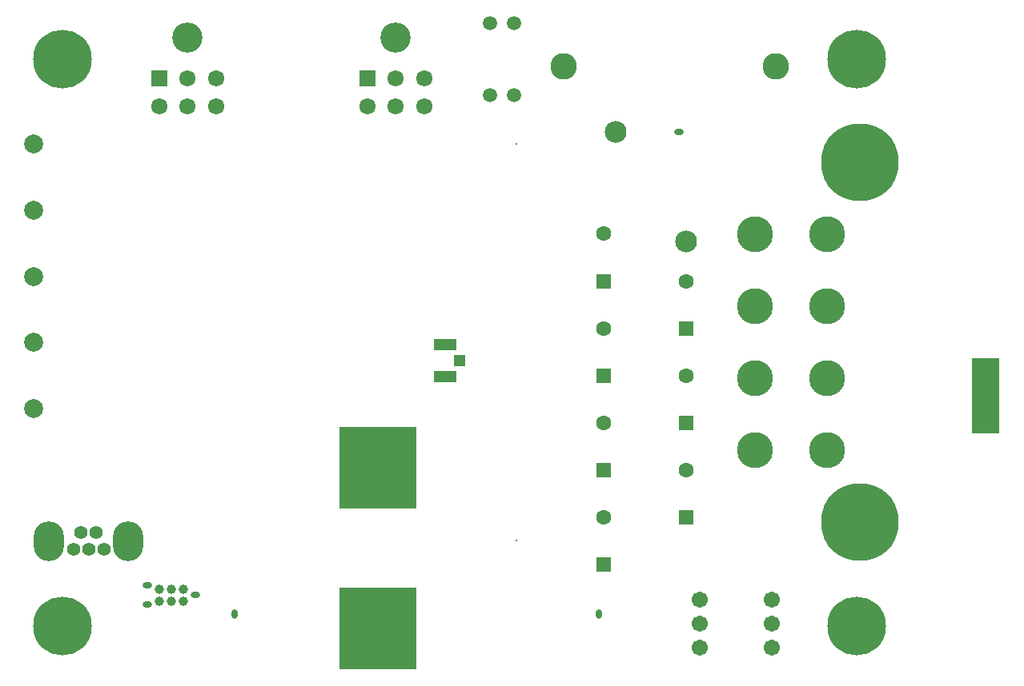
<source format=gts>
G04*
G04 #@! TF.GenerationSoftware,Altium Limited,Altium Designer,20.2.4 (192)*
G04*
G04 Layer_Color=8388736*
%FSLAX25Y25*%
%MOIN*%
G70*
G04*
G04 #@! TF.SameCoordinates,632904D4-FBC6-4040-AE52-8F74E4E9F4E0*
G04*
G04*
G04 #@! TF.FilePolarity,Negative*
G04*
G01*
G75*
%ADD19R,0.11811X0.31496*%
%ADD20C,0.03950*%
%ADD21R,0.32296X0.34265*%
%ADD22R,0.09461X0.04934*%
%ADD23R,0.04737X0.04737*%
%ADD24C,0.14973*%
%ADD25C,0.32296*%
%ADD26C,0.09068*%
%ADD27C,0.06706*%
%ADD28C,0.06784*%
%ADD29R,0.06784X0.06784*%
%ADD30C,0.12611*%
%ADD31C,0.00800*%
%ADD32C,0.05918*%
%ADD33C,0.11036*%
%ADD34C,0.07887*%
%ADD35O,0.12611X0.16548*%
%ADD36C,0.05524*%
%ADD37O,0.03950X0.02375*%
%ADD38R,0.06312X0.06312*%
%ADD39C,0.06312*%
%ADD40C,0.24422*%
%ADD41O,0.02375X0.03950*%
D19*
X404134Y115551D02*
D03*
D20*
X59961Y30039D02*
D03*
Y35039D02*
D03*
X64961Y30039D02*
D03*
Y35039D02*
D03*
X69961Y30039D02*
D03*
Y35039D02*
D03*
D21*
X151181Y85433D02*
D03*
Y18504D02*
D03*
D22*
X179134Y137008D02*
D03*
Y123622D02*
D03*
D23*
X185039Y130315D02*
D03*
D24*
X338071Y122795D02*
D03*
X308071D02*
D03*
X338071Y92795D02*
D03*
X308071D02*
D03*
Y152795D02*
D03*
X338071D02*
D03*
X308071Y182795D02*
D03*
X338071D02*
D03*
D25*
X351929Y62795D02*
D03*
Y212795D02*
D03*
D26*
X250166Y225504D02*
D03*
X279361Y180008D02*
D03*
D27*
X315197Y10669D02*
D03*
X285197Y30669D02*
D03*
X315197D02*
D03*
X285197Y10669D02*
D03*
Y20669D02*
D03*
X315197D02*
D03*
D28*
X170276Y236221D02*
D03*
X158465D02*
D03*
X146654D02*
D03*
X170276Y248031D02*
D03*
X158465D02*
D03*
X83661Y236221D02*
D03*
X71850D02*
D03*
X60039D02*
D03*
X83661Y248031D02*
D03*
X71850D02*
D03*
D29*
X146654Y248031D02*
D03*
X60039Y248031D02*
D03*
D30*
X158465Y264961D02*
D03*
X71850Y264961D02*
D03*
D31*
X208661Y220472D02*
D03*
Y55118D02*
D03*
D32*
X197756Y240905D02*
D03*
X207756D02*
D03*
Y270905D02*
D03*
X197756D02*
D03*
D33*
X316929Y252953D02*
D03*
X228346D02*
D03*
D34*
X7874Y220472D02*
D03*
Y192913D02*
D03*
Y137795D02*
D03*
Y110236D02*
D03*
Y165354D02*
D03*
D35*
X14173Y54724D02*
D03*
X47244D02*
D03*
D36*
X33858Y58661D02*
D03*
X30709Y51575D02*
D03*
X27559Y58661D02*
D03*
X24409Y51575D02*
D03*
X37008D02*
D03*
D37*
X54961Y36539D02*
D03*
Y28539D02*
D03*
X74961Y32539D02*
D03*
X276575Y225394D02*
D03*
D38*
X245079Y163386D02*
D03*
X279528Y104331D02*
D03*
Y64961D02*
D03*
X245079Y124016D02*
D03*
X279528Y143701D02*
D03*
X245079Y45276D02*
D03*
Y84646D02*
D03*
D39*
Y183071D02*
D03*
X279528Y124016D02*
D03*
Y84646D02*
D03*
X245079Y143701D02*
D03*
X279528Y163386D02*
D03*
X245079Y64961D02*
D03*
Y104331D02*
D03*
D40*
X19685Y19685D02*
D03*
Y255906D02*
D03*
X350394D02*
D03*
Y19685D02*
D03*
D41*
X91339Y24409D02*
D03*
X243110Y24606D02*
D03*
M02*

</source>
